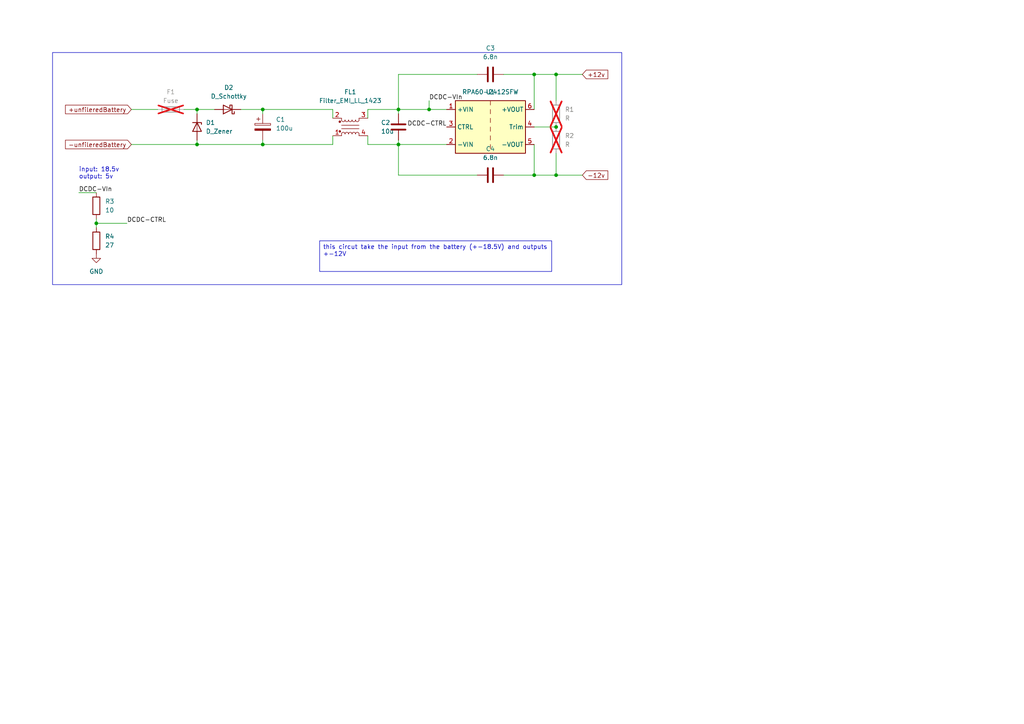
<source format=kicad_sch>
(kicad_sch (version 20230121) (generator eeschema)
  (paper "A4")
  (lib_symbols
    (symbol "Converter_DCDC:RPA60-2412SFW"
      (property "Reference" "U" (at -8.89 8.89 0))
      (property "Value" "RPA60-2412SFW" (at 8.89 8.89 0))
      (symbol "RPA60-2412SFW_0_1"
        (rectangle (start -10.16 7.62) (end 10.16 -7.62) (stroke (width 0.254)) (fill (type background)))
        (polyline (pts (xy 0 -5.08) (xy 0 -6.35)))
        (polyline (pts (xy 0 -2.54) (xy 0 -3.81)))
        (polyline (pts (xy 0 0) (xy 0 -1.27)))
        (polyline (pts (xy 0 2.54) (xy 0 1.27)))
        (polyline (pts (xy 0 5.08) (xy 0 3.81)))
        (polyline (pts (xy 0 7.62) (xy 0 6.35)))
      )
      (symbol "RPA60-2412SFW_1_1"
        (pin power_in line (at -12.7 5.08 0) (length 2.54) (name "+VIN") (number "1"))
        (pin power_in line (at -12.7 -5.08 0) (length 2.54) (name "-VIN") (number "2"))
        (pin input line (at -12.7 0 0) (length 2.54) (name "CTRL") (number "3"))
        (pin input line (at 12.7 0 180) (length 2.54) (name "Trim") (number "4"))
        (pin power_out line (at 12.7 -5.08 180) (length 2.54) (name "-VOUT") (number "5"))
        (pin power_out line (at 12.7 5.08 180) (length 2.54) (name "+VOUT") (number "6"))
      )
    )
    (symbol "Device:C" (pin_numbers hide) (pin_names (offset 0.254))
      (property "Reference" "C" (at 0.635 2.54 0))
      (property "Value" "C" (at 0.635 -2.54 0))
      (symbol "C_0_1"
        (polyline (pts (xy -2.032 -0.762) (xy 2.032 -0.762)) (stroke (width 0.508)))
        (polyline (pts (xy -2.032 0.762) (xy 2.032 0.762)) (stroke (width 0.508)))
      )
      (symbol "C_1_1"
        (pin passive line (at 0 3.81 270) (length 2.794) (name "~") (number "1"))
        (pin passive line (at 0 -3.81 90) (length 2.794) (name "~") (number "2"))
      )
    )
    (symbol "Device:C_Polarized" (pin_numbers hide) (pin_names (offset 0.254))
      (property "Reference" "C" (at 0.635 2.54 0))
      (property "Value" "C_Polarized" (at 0.635 -2.54 0))
      (symbol "C_Polarized_0_1"
        (rectangle (start -2.286 0.508) (end 2.286 1.016))
        (polyline (pts (xy -1.778 2.286) (xy -0.762 2.286)))
        (polyline (pts (xy -1.27 2.794) (xy -1.27 1.778)))
        (rectangle (start 2.286 -0.508) (end -2.286 -1.016) (fill (type outline)))
      )
      (symbol "C_Polarized_1_1"
        (pin passive line (at 0 3.81 270) (length 2.794) (name "~") (number "1"))
        (pin passive line (at 0 -3.81 90) (length 2.794) (name "~") (number "2"))
      )
    )
    (symbol "Device:D_Schottky" (pin_numbers hide) (pin_names (offset 1.016) hide)
      (property "Reference" "D" (at 0 2.54 0))
      (property "Value" "D_Schottky" (at 0 -2.54 0))
      (symbol "D_Schottky_0_1"
        (polyline (pts (xy 1.27 0) (xy -1.27 0)))
        (polyline (pts (xy 1.27 1.27) (xy 1.27 -1.27) (xy -1.27 0) (xy 1.27 1.27)) (stroke (width 0.254)))
        (polyline (pts (xy -1.905 0.635) (xy -1.905 1.27) (xy -1.27 1.27) (xy -1.27 -1.27) (xy -0.635 -1.27) (xy -0.635 -0.635)) (stroke (width 0.254)))
      )
      (symbol "D_Schottky_1_1"
        (pin passive line (at -3.81 0 0) (length 2.54) (name "K") (number "1"))
        (pin passive line (at 3.81 0 180) (length 2.54) (name "A") (number "2"))
      )
    )
    (symbol "Device:D_Zener" (pin_numbers hide) (pin_names (offset 1.016) hide)
      (property "Reference" "D" (at 0 2.54 0))
      (property "Value" "D_Zener" (at 0 -2.54 0))
      (symbol "D_Zener_0_1"
        (polyline (pts (xy 1.27 0) (xy -1.27 0)))
        (polyline (pts (xy -1.27 -1.27) (xy -1.27 1.27) (xy -0.762 1.27)) (stroke (width 0.254)))
        (polyline (pts (xy 1.27 -1.27) (xy 1.27 1.27) (xy -1.27 0) (xy 1.27 -1.27)) (stroke (width 0.254)))
      )
      (symbol "D_Zener_1_1"
        (pin passive line (at -3.81 0 0) (length 2.54) (name "K") (number "1"))
        (pin passive line (at 3.81 0 180) (length 2.54) (name "A") (number "2"))
      )
    )
    (symbol "Device:Filter_EMI_LL_1423" (pin_names hide)
      (property "Reference" "FL1" (at -0.381 7.62 0))
      (property "Value" "Filter_EMI_LL_1423" (at -0.381 5.08 0))
      (symbol "Filter_EMI_LL_1423_0_1"
        (circle (center -3.048 -1.27) (radius 0.254) (fill (type outline)))
        (circle (center -3.048 1.524) (radius 0.254) (fill (type outline)))
        (arc (start -2.54 2.032) (mid -2.032 1.5262) (end -1.524 2.032))
        (arc (start -1.524 -2.032) (mid -2.032 -1.5262) (end -2.54 -2.032))
        (arc (start -1.524 2.032) (mid -1.016 1.5262) (end -0.508 2.032))
        (arc (start -0.508 -2.032) (mid -1.016 -1.5262) (end -1.524 -2.032))
        (arc (start -0.508 2.032) (mid 0 1.5262) (end 0.508 2.032))
        (polyline (pts (xy -2.54 -2.032) (xy -2.54 -2.54)))
        (polyline (pts (xy -2.54 0.508) (xy 2.54 0.508)))
        (polyline (pts (xy -2.54 2.032) (xy -2.54 2.54)))
        (polyline (pts (xy 2.54 -2.032) (xy 2.54 -2.54)))
        (polyline (pts (xy 2.54 -0.508) (xy -2.54 -0.508)))
        (polyline (pts (xy 2.54 2.54) (xy 2.54 2.032)))
        (arc (start 0.508 -2.032) (mid 0 -1.5262) (end -0.508 -2.032))
        (arc (start 0.508 2.032) (mid 1.016 1.5262) (end 1.524 2.032))
        (arc (start 1.524 -2.032) (mid 1.016 -1.5262) (end 0.508 -2.032))
        (arc (start 1.524 2.032) (mid 2.032 1.5262) (end 2.54 2.032))
        (arc (start 2.54 -2.032) (mid 2.032 -1.5262) (end 1.524 -2.032))
      )
      (symbol "Filter_EMI_LL_1423_1_1"
        (pin passive line (at -5.08 -2.54 0) (length 2.54) (name "1") (number "1"))
        (pin passive line (at -5.08 2.54 0) (length 2.54) (name "2") (number "2"))
        (pin passive line (at 5.08 2.54 180) (length 2.54) (name "3") (number "3"))
        (pin passive line (at 5.08 -2.54 180) (length 2.54) (name "4") (number "4"))
      )
    )
    (symbol "Device:Fuse" (pin_numbers hide) (pin_names (offset 0))
      (property "Reference" "F" (at 2.032 0 90))
      (property "Value" "Fuse" (at -1.905 0 90))
      (symbol "Fuse_0_1"
        (rectangle (start -0.762 -2.54) (end 0.762 2.54) (stroke (width 0.254)))
        (polyline (pts (xy 0 2.54) (xy 0 -2.54)))
      )
      (symbol "Fuse_1_1"
        (pin passive line (at 0 3.81 270) (length 1.27) (name "~") (number "1"))
        (pin passive line (at 0 -3.81 90) (length 1.27) (name "~") (number "2"))
      )
    )
    (symbol "Device:R" (pin_numbers hide) (pin_names (offset 0))
      (property "Reference" "R" (at 2.032 0 90))
      (property "Value" "R" (at 0 0 90))
      (symbol "R_0_1"
        (rectangle (start -1.016 -2.54) (end 1.016 2.54) (stroke (width 0.254)))
      )
      (symbol "R_1_1"
        (pin passive line (at 0 3.81 270) (length 1.27) (name "~") (number "1"))
        (pin passive line (at 0 -3.81 90) (length 1.27) (name "~") (number "2"))
      )
    )
    (symbol "power:GND" (power) (pin_names (offset 0))
      (property "Value" "GND" (at 0 -3.81 0))
      (symbol "GND_0_1"
        (polyline (pts (xy 0 0) (xy 0 -1.27) (xy 1.27 -1.27) (xy 0 -2.54) (xy -1.27 -1.27) (xy 0 -1.27)))
      )
      (symbol "GND_1_1"
        (pin power_in line (at 0 0 270) (length 0) hide (name "GND") (number "1"))
      )
    )
  )
  (junction (at 76.2 31.75))
  (junction (at 57.15 31.75))
  (junction (at 115.57 31.75))
  (junction (at 57.15 41.91))
  (junction (at 161.29 21.59))
  (junction (at 76.2 41.91))
  (junction (at 154.94 21.59))
  (junction (at 154.94 50.8))
  (junction (at 115.57 41.91))
  (junction (at 161.29 50.8))
  (junction (at 161.29 36.83))
  (junction (at 124.46 31.75))
  (junction (at 27.94 64.77))
  (wire (pts (xy 69.85 31.75) (xy 76.2 31.75)))
  (wire (pts (xy 76.2 31.75) (xy 96.52 31.75)))
  (wire (pts (xy 57.15 31.75) (xy 57.15 33.02)))
  (wire (pts (xy 76.2 41.91) (xy 57.15 41.91)))
  (wire (pts (xy 22.86 55.88) (xy 27.94 55.88)))
  (wire (pts (xy 115.57 31.75) (xy 124.46 31.75)))
  (wire (pts (xy 27.94 63.5) (xy 27.94 64.77)))
  (wire (pts (xy 124.46 31.75) (xy 129.54 31.75)))
  (wire (pts (xy 161.29 21.59) (xy 168.91 21.59)))
  (wire (pts (xy 27.94 64.77) (xy 27.94 66.04)))
  (wire (pts (xy 154.94 41.91) (xy 154.94 50.8)))
  (wire (pts (xy 115.57 21.59) (xy 115.57 31.75)))
  (wire (pts (xy 57.15 31.75) (xy 62.23 31.75)))
  (wire (pts (xy 115.57 50.8) (xy 138.43 50.8)))
  (wire (pts (xy 96.52 39.37) (xy 96.52 41.91)))
  (wire (pts (xy 106.68 31.75) (xy 115.57 31.75)))
  (wire (pts (xy 154.94 36.83) (xy 161.29 36.83)))
  (wire (pts (xy 154.94 50.8) (xy 161.29 50.8)))
  (wire (pts (xy 124.46 29.21) (xy 124.46 31.75)))
  (wire (pts (xy 76.2 31.75) (xy 76.2 33.02)))
  (wire (pts (xy 27.94 64.77) (xy 36.83 64.77)))
  (wire (pts (xy 53.34 31.75) (xy 57.15 31.75)))
  (wire (pts (xy 154.94 21.59) (xy 161.29 21.59)))
  (wire (pts (xy 161.29 50.8) (xy 168.91 50.8)))
  (wire (pts (xy 154.94 21.59) (xy 154.94 31.75)))
  (wire (pts (xy 115.57 41.91) (xy 129.54 41.91)))
  (wire (pts (xy 57.15 41.91) (xy 57.15 40.64)))
  (wire (pts (xy 146.05 21.59) (xy 154.94 21.59)))
  (wire (pts (xy 161.29 21.59) (xy 161.29 29.21)))
  (wire (pts (xy 115.57 21.59) (xy 138.43 21.59)))
  (wire (pts (xy 115.57 41.91) (xy 106.68 41.91)))
  (wire (pts (xy 115.57 33.02) (xy 115.57 31.75)))
  (wire (pts (xy 115.57 41.91) (xy 115.57 50.8)))
  (wire (pts (xy 76.2 41.91) (xy 76.2 40.64)))
  (wire (pts (xy 96.52 31.75) (xy 96.52 34.29)))
  (wire (pts (xy 96.52 41.91) (xy 76.2 41.91)))
  (wire (pts (xy 146.05 50.8) (xy 154.94 50.8)))
  (wire (pts (xy 106.68 34.29) (xy 106.68 31.75)))
  (wire (pts (xy 38.1 41.91) (xy 57.15 41.91)))
  (wire (pts (xy 106.68 39.37) (xy 106.68 41.91)))
  (wire (pts (xy 115.57 40.64) (xy 115.57 41.91)))
  (wire (pts (xy 161.29 44.45) (xy 161.29 50.8)))
  (wire (pts (xy 38.1 31.75) (xy 45.72 31.75)))
  (rectangle (start 15.24 15.24) (end 180.34 82.55))
  (text_box "this circut take the input from the battery (+-18.5V) and outputs +-12V\n" (at 92.71 69.85 0) (size 67.31 8.89) (effects (font (size 1.27 1.27)) (justify left top)))
  (text "input: 18.5v\noutput: 5v " (at 22.86 52.07 0) (effects (font (size 1.27 1.27)) (justify left bottom)))
  (label "DCDC-VIn" (at 22.86 55.88 0))
  (label "DCDC-CTRL" (at 36.83 64.77 0))
  (label "DCDC-CTRL" (at 129.54 36.83 180))
  (label "DCDC-VIn" (at 124.46 29.21 0))
  (global_label "-unfileredBattery" (shape input) (at 38.1 41.91 180) (property "Intersheetrefs" "${INTERSHEET_REFS}" (effects hide)))
  (global_label "-12v" (shape input) (at 168.91 50.8 0) (property "Intersheetrefs" "${INTERSHEET_REFS}" (effects hide)))
  (global_label "+unfileredBattery" (shape input) (at 38.1 31.75 180) (property "Intersheetrefs" "${INTERSHEET_REFS}" (effects hide)))
  (global_label "+12v" (shape input) (at 168.91 21.59 0) (property "Intersheetrefs" "${INTERSHEET_REFS}" (effects hide)))
  (symbol (lib_id "Device:R") (at 27.94 59.69 0) (unit 1)
    (property "Reference" "R3" (at 30.48 58.42 0) (effects (justify left)))
    (property "Value" "10" (at 30.48 60.96 0) (effects (justify left)))
  )
  (symbol (lib_id "Device:D_Zener") (at 57.15 36.83 270) (unit 1)
    (property "Reference" "D1" (at 59.69 35.56 90) (effects (justify left)))
    (property "Value" "D_Zener" (at 59.69 38.1 90) (effects (justify left)))
  )
  (symbol (lib_id "Device:Filter_EMI_LL_1423") (at 101.6 36.83 0) (unit 1)
    (property "Reference" "FL1" (at 101.6 26.67 0))
    (property "Value" "Filter_EMI_LL_1423" (at 101.6 29.21 0))
    (property "Footprint" "BP_FTP:CMC" (effects hide))
  )
  (symbol (lib_id "Converter_DCDC:RPA60-2412SFW") (at 142.24 36.83 0) (unit 1)
    (property "Reference" "U1" (at 142.24 26.67 0))
    (property "Value" "RPA60-2412SFW" (at 142.24 26.67 0))
    (property "Footprint" "Converter_DCDC:Converter_DCDC_RECOM_RPA60-xxxxSFW" (effects hide))
    (property "Datasheet" "https://recom-power.com/pdf/Powerline_DC-DC/RPA60-FW.pdf" (effects hide))
  )
  (symbol (lib_id "Device:C") (at 142.24 21.59 90) (unit 1)
    (property "Reference" "C3" (at 142.24 13.97 90))
    (property "Value" "6.8n" (at 142.24 16.51 90))
  )
  (symbol (lib_id "Device:C") (at 115.57 36.83 0) (unit 1)
    (property "Reference" "C2" (at 110.49 35.56 0) (effects (justify left)))
    (property "Value" "10u" (at 110.49 38.1 0) (effects (justify left)))
  )
  (symbol (lib_id "Device:C") (at 142.24 50.8 270) (unit 1)
    (property "Reference" "C4" (at 142.24 43.18 90))
    (property "Value" "6.8n" (at 142.24 45.72 90))
  )
  (symbol (lib_id "Device:R") (at 161.29 33.02 0) (unit 1) (dnp yes)
    (property "Reference" "R1" (at 163.83 31.75 0) (effects (justify left)))
    (property "Value" "R" (at 163.83 34.29 0) (effects (justify left)))
  )
  (symbol (lib_id "Device:R") (at 161.29 40.64 0) (unit 1) (dnp yes)
    (property "Reference" "R2" (at 163.83 39.37 0) (effects (justify left)))
    (property "Value" "R" (at 163.83 41.91 0) (effects (justify left)))
  )
  (symbol (lib_id "Device:R") (at 27.94 69.85 0) (unit 1)
    (property "Reference" "R4" (at 30.48 68.58 0) (effects (justify left)))
    (property "Value" "27" (at 30.48 71.12 0) (effects (justify left)))
  )
  (symbol (lib_id "power:GND") (at 27.94 73.66 0) (unit 1)
    (property "Reference" "#PWR01" (effects hide))
    (property "Value" "GND" (at 27.94 78.74 0))
  )
  (symbol (lib_id "Device:D_Schottky") (at 66.04 31.75 180) (unit 1)
    (property "Reference" "D2" (at 66.3575 25.4 0))
    (property "Value" "D_Schottky" (at 66.3575 27.94 0))
  )
  (symbol (lib_id "Device:C_Polarized") (at 76.2 36.83 0) (unit 1)
    (property "Reference" "C1" (at 80.01 34.671 0) (effects (justify left)))
    (property "Value" "100u" (at 80.01 37.211 0) (effects (justify left)))
  )
  (symbol (lib_id "Device:Fuse") (at 49.53 31.75 90) (unit 1) (dnp yes)
    (property "Reference" "F1" (at 49.53 26.67 90))
    (property "Value" "Fuse" (at 49.53 29.21 90))
  )
)
</source>
